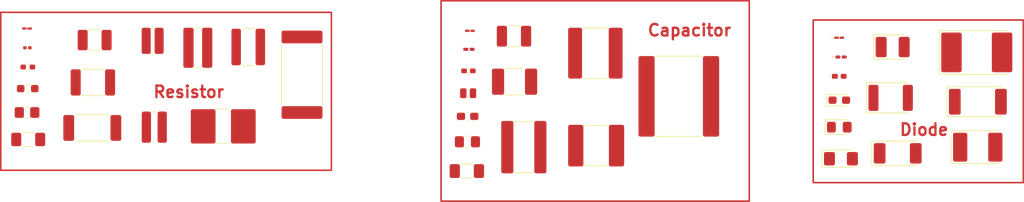
<source format=kicad_pcb>
(kicad_pcb (version 20221018) (generator pcbnew)
  (layers (0 "F.Cu" signal) (31 "B.Cu" signal) (34 "B.Paste" user) (35 "F.Paste" user) (36 "B.SilkS" user "B.Silkscreen") (37 "F.SilkS" user "F.Silkscreen") (38 "B.Mask" user) (39 "F.Mask" user) (44 "Edge.Cuts" user))
  (net 0 "")
  (footprint "Capacitor_SMD:C_0504_1310Metric_Pad0.83x1.28mm_HandSolder" (layer "F.Cu") (at 154.3025 84.7)
    (fp_text reference "C3" hide)
    (fp_text value "0504")
    (fp_line (start -0.101969 -0.62) (end 0.101969 -0.62) (stroke (width 0.12)) (layer "F.SilkS"))
    (fp_line (start -0.101969 0.62) (end 0.101969 0.62) (stroke (width 0.12)) (layer "F.SilkS"))
    (pad "1" smd roundrect (at -0.6275 0) (size 0.835 1.28) (layers "F.Cu" "F.Paste" "F.Mask"))
    (pad "2" smd roundrect (at 0.6275 0) (size 0.835 1.28) (layers "F.Cu" "F.Paste" "F.Mask"))
  )
  (footprint "Diode_SMD:D_2010_5025Metric_Pad1.52x2.65mm_HandSolder" (layer "F.Cu") (at 209.9125 92.5)
    (fp_text reference "D9" hide)
    (fp_text value "2010")
    (fp_line (start -3.36 -1.585) (end -3.36 1.585) (stroke (width 0.12)) (layer "F.SilkS"))
    (fp_line (start -3.36 1.585) (end 2.5 1.585) (stroke (width 0.12)) (layer "F.SilkS"))
    (fp_line (start 2.5 -1.585) (end -3.36 -1.585) (stroke (width 0.12)) (layer "F.SilkS"))
    (pad "1" smd roundrect (at -2.3375 0) (size 1.525 2.65) (layers "F.Cu" "F.Paste" "F.Mask") (roundrect_rratio 0.163934))
    (pad "2" smd roundrect (at 2.3375 0) (size 1.525 2.65) (layers "F.Cu" "F.Paste" "F.Mask") (roundrect_rratio 0.163934))
  )
  (footprint "Resistor_SMD:R_0201_0603Metric" (layer "F.Cu") (at 97.245 78.8)
    (fp_text reference "R1" hide)
    (fp_text value "0201")
    (pad "1" smd roundrect (at -0.32 0) (size 0.46 0.4) (layers "F.Cu" "F.Mask"))
    (pad "2" smd roundrect (at 0.32 0) (size 0.46 0.4) (layers "F.Cu" "F.Mask"))
  )
  (footprint "Resistor_SMD:R_0815_2038Metric_Pad1.20x4.05mm_HandSolder" (layer "F.Cu") (at 113.675 89.1)
    (fp_text reference "R6" hide)
    (fp_text value "0815")
    (fp_line (start -0.210242 -1.985) (end 0.210242 -1.985) (stroke (width 0.12)) (layer "F.SilkS"))
    (fp_line (start -0.210242 1.985) (end 0.210242 1.985) (stroke (width 0.12)) (layer "F.SilkS"))
    (pad "1" smd roundrect (at -1.025 0) (size 1.2 4.05) (layers "F.Cu" "F.Paste" "F.Mask") (roundrect_rratio 0.208333))
    (pad "2" smd roundrect (at 1.025 0) (size 1.2 4.05) (layers "F.Cu" "F.Paste" "F.Mask") (roundrect_rratio 0.208333))
  )
  (footprint "Resistor_SMD:R_4020_10251Metric_Pad1.65x5.30mm_HandSolder" (layer "F.Cu") (at 132.8 82.3 90)
    (fp_text reference "R15" hide)
    (fp_text value "4020")
    (fp_line (start -3.886252 -2.66) (end 3.886252 -2.66) (stroke (width 0.12)) (layer "F.SilkS"))
    (fp_line (start -3.886252 2.66) (end 3.886252 2.66) (stroke (width 0.12)) (layer "F.SilkS"))
    (pad "1" smd roundrect (at -4.9 0 90) (size 1.65 5.3) (layers "F.Cu" "F.Paste" "F.Mask") (roundrect_rratio 0.151515))
    (pad "2" smd roundrect (at 4.9 0 90) (size 1.65 5.3) (layers "F.Cu" "F.Paste" "F.Mask") (roundrect_rratio 0.151515))
  )
  (footprint "Diode_SMD:D_3220_8050Metric_Pad2.65x5.15mm_HandSolder" (layer "F.Cu") (at 220.15 79.4)
    (fp_text reference "D12" hide)
    (fp_text value "3220")
    (fp_line (start -4.86 -2.835) (end -4.86 2.835) (stroke (width 0.12)) (layer "F.SilkS"))
    (fp_line (start -4.86 2.835) (end 4 2.835) (stroke (width 0.12)) (layer "F.SilkS"))
    (fp_line (start 4 -2.835) (end -4.86 -2.835) (stroke (width 0.12)) (layer "F.SilkS"))
    (pad "1" smd roundrect (at -3.275 0) (size 2.65 5.15) (layers "F.Cu" "F.Paste" "F.Mask") (roundrect_rratio 0.09434))
    (pad "2" smd roundrect (at 3.275 0) (size 2.65 5.15) (layers "F.Cu" "F.Paste" "F.Mask") (roundrect_rratio 0.09434))
  )
  (footprint "Resistor_SMD:R_1020_2550Metric_Pad1.33x5.20mm_HandSolder" (layer "F.Cu") (at 119.3125 78.8)
    (fp_text reference "R8" hide)
    (fp_text value "1020")
    (fp_line (start -0.361252 -2.61) (end 0.361252 -2.61) (stroke (width 0.12)) (layer "F.SilkS"))
    (fp_line (start -0.361252 2.61) (end 0.361252 2.61) (stroke (width 0.12)) (layer "F.SilkS"))
    (pad "1" smd roundrect (at -1.2125 0) (size 1.325 5.2) (layers "F.Cu" "F.Paste" "F.Mask") (roundrect_rratio 0.188679))
    (pad "2" smd roundrect (at 1.2125 0) (size 1.325 5.2) (layers "F.Cu" "F.Paste" "F.Mask") (roundrect_rratio 0.188679))
  )
  (footprint "Capacitor_SMD:C_1210_3225Metric_Pad1.33x2.70mm_HandSolder" (layer "F.Cu") (at 160.2375 77.3)
    (fp_text reference "C8" hide)
    (fp_text value "1210")
    (fp_line (start -0.711252 -1.36) (end 0.711252 -1.36) (stroke (width 0.12)) (layer "F.SilkS"))
    (fp_line (start -0.711252 1.36) (end 0.711252 1.36) (stroke (width 0.12)) (layer "F.SilkS"))
    (pad "1" smd roundrect (at -1.5625 0) (size 1.325 2.7) (layers "F.Cu" "F.Paste" "F.Mask") (roundrect_rratio 0.188679))
    (pad "2" smd roundrect (at 1.5625 0) (size 1.325 2.7) (layers "F.Cu" "F.Paste" "F.Mask") (roundrect_rratio 0.188679))
  )
  (footprint "Capacitor_SMD:C_0603_1608Metric_Pad1.08x0.95mm_HandSolder" (layer "F.Cu") (at 154.2375 87.7)
    (fp_text reference "C4" hide)
    (fp_text value "0603")
    (fp_line (start -0.146267 -0.51) (end 0.146267 -0.51) (stroke (width 0.12)) (layer "F.SilkS"))
    (fp_line (start -0.146267 0.51) (end 0.146267 0.51) (stroke (width 0.12)) (layer "F.SilkS"))
    (pad "1" smd roundrect (at -0.8625 0) (size 1.075 0.95) (layers "F.Cu" "F.Paste" "F.Mask"))
    (pad "2" smd roundrect (at 0.8625 0) (size 1.075 0.95) (layers "F.Cu" "F.Paste" "F.Mask"))
  )
  (footprint "Capacitor_SMD:C_3640_9110Metric_Pad2.10x10.45mm_HandSolder" (layer "F.Cu") (at 181.575 85.1)
    (fp_text reference "C13" hide)
    (fp_text value "3640")
    (fp_line (start -2.922369 -5.21) (end 2.922369 -5.21) (stroke (width 0.12)) (layer "F.SilkS"))
    (fp_line (start -2.922369 5.21) (end 2.922369 5.21) (stroke (width 0.12)) (layer "F.SilkS"))
    (pad "1" smd roundrect (at -4.175 0) (size 2.1 10.45) (layers "F.Cu" "F.Paste" "F.Mask") (roundrect_rratio 0.119048))
    (pad "2" smd roundrect (at 4.175 0) (size 2.1 10.45) (layers "F.Cu" "F.Paste" "F.Mask") (roundrect_rratio 0.119048))
  )
  (footprint "Resistor_SMD:R_1210_3225Metric_Pad1.30x2.65mm_HandSolder" (layer "F.Cu") (at 105.95 77.8)
    (fp_text reference "R10" hide)
    (fp_text value "1210")
    (fp_line (start -0.723737 -1.355) (end 0.723737 -1.355) (stroke (width 0.12)) (layer "F.SilkS"))
    (fp_line (start -0.723737 1.355) (end 0.723737 1.355) (stroke (width 0.12)) (layer "F.SilkS"))
    (pad "1" smd roundrect (at -1.55 0) (size 1.3 2.65) (layers "F.Cu" "F.Paste" "F.Mask") (roundrect_rratio 0.192308))
    (pad "2" smd roundrect (at 1.55 0) (size 1.3 2.65) (layers "F.Cu" "F.Paste" "F.Mask") (roundrect_rratio 0.192308))
  )
  (footprint "Diode_SMD:D_01005_0402Metric_Pad0.57x0.30mm_HandSolder" (layer "F.Cu") (at 202.3375 77.5)
    (fp_text reference "D5" hide)
    (fp_text value "01005")
    (fp_circle (center -0.935 0) (end -0.885 0) (stroke (width 0.1)) (fill none) (layer "F.SilkS"))
    (pad "1" smd roundrect (at -0.3375 0) (size 0.575 0.3) (layers "F.Cu" "F.Mask"))
    (pad "2" smd roundrect (at 0.3375 0) (size 0.575 0.3) (layers "F.Cu" "F.Mask"))
  )
  (footprint "Resistor_SMD:R_2816_7142Metric_Pad3.20x4.45mm_HandSolder" (layer "F.Cu") (at 122.6 89)
    (fp_text reference "R14" hide)
    (fp_text value "2816")
    (fp_line (start -0.797369 -2.21) (end 0.797369 -2.21) (stroke (width 0.12)) (layer "F.SilkS"))
    (fp_line (start -0.797369 2.21) (end 0.797369 2.21) (stroke (width 0.12)) (layer "F.SilkS"))
    (pad "1" smd roundrect (at -2.6 0) (size 3.2 4.45) (layers "F.Cu" "F.Paste" "F.Mask") (roundrect_rratio 0.078125))
    (pad "2" smd roundrect (at 2.6 0) (size 3.2 4.45) (layers "F.Cu" "F.Paste" "F.Mask") (roundrect_rratio 0.078125))
  )
  (footprint "Diode_SMD:D_1812_4532Metric_Pad1.30x3.40mm_HandSolder" (layer "F.Cu") (at 209 85.3)
    (fp_text reference "D8" hide)
    (fp_text value "1812")
    (fp_line (start -3.135 -1.96) (end -3.135 1.96) (stroke (width 0.12)) (layer "F.SilkS"))
    (fp_line (start -3.135 1.96) (end 2.25 1.96) (stroke (width 0.12)) (layer "F.SilkS"))
    (fp_line (start 2.25 -1.96) (end -3.135 -1.96) (stroke (width 0.12)) (layer "F.SilkS"))
    (pad "1" smd roundrect (at -2.225 0) (size 1.3 3.4) (layers "F.Cu" "F.Paste" "F.Mask") (roundrect_rratio 0.192308))
    (pad "2" smd roundrect (at 2.225 0) (size 1.3 3.4) (layers "F.Cu" "F.Paste" "F.Mask") (roundrect_rratio 0.192308))
  )
  (footprint "Resistor_SMD:R_01005_0402Metric_Pad0.57x0.30mm_HandSolder" (layer "F.Cu") (at 97.2 76.3)
    (fp_text reference "R7" hide)
    (fp_text value "01005")
    (pad "1" smd roundrect (at -0.3375 0) (size 0.575 0.3) (layers "F.Cu" "F.Mask"))
    (pad "2" smd roundrect (at 0.3375 0) (size 0.575 0.3) (layers "F.Cu" "F.Mask"))
  )
  (footprint "Capacitor_SMD:C_01005_0402Metric_Pad0.57x0.30mm_HandSolder" (layer "F.Cu") (at 154.5375 76.6)
    (fp_text reference "C6" hide)
    (fp_text value "01005")
    (pad "1" smd roundrect (at -0.3375 0) (size 0.575 0.3) (layers "F.Cu" "F.Mask"))
    (pad "2" smd roundrect (at 0.3375 0) (size 0.575 0.3) (layers "F.Cu" "F.Mask"))
  )
  (footprint "Resistor_SMD:R_0612_1632Metric_Pad1.18x3.40mm_HandSolder" (layer "F.Cu") (at 113.4625 77.9)
    (fp_text reference "R4" hide)
    (fp_text value "0612")
    (fp_line (start -0.182983 -1.71) (end 0.182983 -1.71) (stroke (width 0.12)) (layer "F.SilkS"))
    (fp_line (start -0.182983 1.71) (end 0.182983 1.71) (stroke (width 0.12)) (layer "F.SilkS"))
    (pad "1" smd roundrect (at -0.8375 0) (size 1.175 3.4) (layers "F.Cu" "F.Paste" "F.Mask") (roundrect_rratio 0.212766))
    (pad "2" smd roundrect (at 0.8375 0) (size 1.175 3.4) (layers "F.Cu" "F.Paste" "F.Mask") (roundrect_rratio 0.212766))
  )
  (footprint "Capacitor_SMD:C_0402_1005Metric_Pad0.74x0.62mm_HandSolder" (layer "F.Cu") (at 154.3425 81.8)
    (fp_text reference "C2" hide)
    (fp_text value "0402")
    (fp_line (start -0.115835 -0.36) (end 0.115835 -0.36) (stroke (width 0.12)) (layer "F.SilkS"))
    (fp_line (start -0.115835 0.36) (end 0.115835 0.36) (stroke (width 0.12)) (layer "F.SilkS"))
    (pad "1" smd roundrect (at -0.5675 0) (size 0.735 0.62) (layers "F.Cu" "F.Paste" "F.Mask"))
    (pad "2" smd roundrect (at 0.5675 0) (size 0.735 0.62) (layers "F.Cu" "F.Paste" "F.Mask"))
  )
  (footprint "Diode_SMD:D_0603_1608Metric_Pad1.05x0.95mm_HandSolder" (layer "F.Cu") (at 202.35 85.6)
    (fp_text reference "D3" hide)
    (fp_text value "0603")
    (fp_line (start -1.66 -0.735) (end -1.66 0.735) (stroke (width 0.12)) (layer "F.SilkS"))
    (fp_line (start -1.66 0.735) (end 0.8 0.735) (stroke (width 0.12)) (layer "F.SilkS"))
    (fp_line (start 0.8 -0.735) (end -1.66 -0.735) (stroke (width 0.12)) (layer "F.SilkS"))
    (pad "1" smd roundrect (at -0.875 0) (size 1.05 0.95) (layers "F.Cu" "F.Paste" "F.Mask"))
    (pad "2" smd roundrect (at 0.875 0) (size 1.05 0.95) (layers "F.Cu" "F.Paste" "F.Mask"))
  )
  (footprint "Resistor_SMD:R_1206_3216Metric_Pad1.30x1.75mm_HandSolder" (layer "F.Cu") (at 97.35 90.7)
    (fp_text reference "R9" hide)
    (fp_text value "1206")
    (fp_line (start -0.727064 -0.91) (end 0.727064 -0.91) (stroke (width 0.12)) (layer "F.SilkS"))
    (fp_line (start -0.727064 0.91) (end 0.727064 0.91) (stroke (width 0.12)) (layer "F.SilkS"))
    (pad "1" smd roundrect (at -1.55 0) (size 1.3 1.75) (layers "F.Cu" "F.Paste" "F.Mask") (roundrect_rratio 0.192308))
    (pad "2" smd roundrect (at 1.55 0) (size 1.3 1.75) (layers "F.Cu" "F.Paste" "F.Mask") (roundrect_rratio 0.192308))
  )
  (footprint "Diode_SMD:D_2114_3652Metric_Pad1.85x3.75mm_HandSolder" (layer "F.Cu") (at 220.275 91.7)
    (fp_text reference "D10" hide)
    (fp_text value "2114")
    (fp_line (start -3.46 -2.135) (end -3.46 2.135) (stroke (width 0.12)) (layer "F.SilkS"))
    (fp_line (start -3.46 2.135) (end 2.6 2.135) (stroke (width 0.12)) (layer "F.SilkS"))
    (fp_line (start 2.6 -2.135) (end -3.46 -2.135) (stroke (width 0.12)) (layer "F.SilkS"))
    (pad "1" smd roundrect (at -2.275 0) (size 1.85 3.75) (layers "F.Cu" "F.Paste" "F.Mask") (roundrect_rratio 0.135135))
    (pad "2" smd roundrect (at 2.275 0) (size 1.85 3.75) (layers "F.Cu" "F.Paste" "F.Mask") (roundrect_rratio 0.135135))
  )
  (footprint "Resistor_SMD:R_1812_4532Metric_Pad1.30x3.40mm_HandSolder" (layer "F.Cu") (at 105.725 83.3)
    (fp_text reference "R12" hide)
    (fp_text value "1812")
    (fp_line (start -1.386252 -1.71) (end 1.386252 -1.71) (stroke (width 0.12)) (layer "F.SilkS"))
    (fp_line (start -1.386252 1.71) (end 1.386252 1.71) (stroke (width 0.12)) (layer "F.SilkS"))
    (pad "1" smd roundrect (at -2.225 0) (size 1.3 3.4) (layers "F.Cu" "F.Paste" "F.Mask") (roundrect_rratio 0.192308))
    (pad "2" smd roundrect (at 2.225 0) (size 1.3 3.4) (layers "F.Cu" "F.Paste" "F.Mask") (roundrect_rratio 0.192308))
  )
  (footprint "Diode_SMD:D_1210_3225Metric_Pad1.42x2.65mm_HandSolder" (layer "F.Cu") (at 209.2625 78.7)
    (fp_text reference "D7" hide)
    (fp_text value "1210")
    (fp_line (start -2.46 -1.585) (end -2.46 1.585) (stroke (width 0.12)) (layer "F.SilkS"))
    (fp_line (start -2.46 1.585) (end 1.6 1.585) (stroke (width 0.12)) (layer "F.SilkS"))
    (fp_line (start 1.6 -1.585) (end -2.46 -1.585) (stroke (width 0.12)) (layer "F.SilkS"))
    (pad "1" smd roundrect (at -1.4875 0) (size 1.425 2.65) (layers "F.Cu" "F.Paste" "F.Mask") (roundrect_rratio 0.175439))
    (pad "2" smd roundrect (at 1.4875 0) (size 1.425 2.65) (layers "F.Cu" "F.Paste" "F.Mask") (roundrect_rratio 0.175439))
  )
  (footprint "Diode_SMD:D_1206_3216Metric_Pad1.42x1.75mm_HandSolder" (layer "F.Cu") (at 202.5625 93.2)
    (fp_text reference "D6" hide)
    (fp_text value "1206")
    (fp_line (start -2.46 -1.135) (end -2.46 1.135) (stroke (width 0.12)) (layer "F.SilkS"))
    (fp_line (start -2.46 1.135) (end 1.6 1.135) (stroke (width 0.12)) (layer "F.SilkS"))
    (fp_line (start 1.6 -1.135) (end -2.46 -1.135) (stroke (width 0.12)) (layer "F.SilkS"))
    (pad "1" smd roundrect (at -1.4875 0) (size 1.425 1.75) (layers "F.Cu" "F.Paste" "F.Mask") (roundrect_rratio 0.175439))
    (pad "2" smd roundrect (at 1.4875 0) (size 1.425 1.75) (layers "F.Cu" "F.Paste" "F.Mask") (roundrect_rratio 0.175439))
  )
  (footprint "Diode_SMD:D_0201_0603Metric_Pad0.64x0.40mm_HandSolder" (layer "F.Cu") (at 202.5825 80)
    (fp_text reference "D1" hide)
    (fp_text value "0201")
    (fp_circle (center -1.035 0) (end -0.985 0) (stroke (width 0.1)) (fill none) (layer "F.SilkS"))
    (pad "1" smd roundrect (at -0.4075 0) (size 0.635 0.4) (layers "F.Cu" "F.Mask"))
    (pad "2" smd roundrect (at 0.4075 0) (size 0.635 0.4) (layers "F.Cu" "F.Mask"))
  )
  (footprint "Capacitor_SMD:C_2225_5664Metric_Pad1.80x6.60mm_HandSolder" (layer "F.Cu") (at 170.775 79.5)
    (fp_text reference "C12" hide)
    (fp_text value "2225")
    (fp_line (start -1.522369 -3.285) (end 1.522369 -3.285) (stroke (width 0.12)) (layer "F.SilkS"))
    (fp_line (start -1.522369 3.285) (end 1.522369 3.285) (stroke (width 0.12)) (layer "F.SilkS"))
    (pad "1" smd roundrect (at -2.625 0) (size 1.8 6.6) (layers "F.Cu" "F.Paste" "F.Mask") (roundrect_rratio 0.138889))
    (pad "2" smd roundrect (at 2.625 0) (size 1.8 6.6) (layers "F.Cu" "F.Paste" "F.Mask") (roundrect_rratio 0.138889))
  )
  (footprint "Capacitor_SMD:C_2220_5750Metric_Pad1.97x5.40mm_HandSolder" (layer "F.Cu") (at 170.875 91.5)
    (fp_text reference "C11" hide)
    (fp_text value "2220")
    (fp_line (start -1.415748 -2.61) (end 1.415748 -2.61) (stroke (width 0.12)) (layer "F.SilkS"))
    (fp_line (start -1.415748 2.61) (end 1.415748 2.61) (stroke (width 0.12)) (layer "F.SilkS"))
    (pad "1" smd roundrect (at -2.6375 0) (size 1.975 5.4) (layers "F.Cu" "F.Paste" "F.Mask") (roundrect_rratio 0.126582))
    (pad "2" smd roundrect (at 2.6375 0) (size 1.975 5.4) (layers "F.Cu" "F.Paste" "F.Mask") (roundrect_rratio 0.126582))
  )
  (footprint "Capacitor_SMD:C_0805_2012Metric_Pad1.18x1.45mm_HandSolder" (layer "F.Cu") (at 154.2125 91)
    (fp_text reference "C5" hide)
    (fp_text value "0805")
    (fp_line (start -0.261252 -0.735) (end 0.261252 -0.735) (stroke (width 0.12)) (layer "F.SilkS"))
    (fp_line (start -0.261252 0.735) (end 0.261252 0.735) (stroke (width 0.12)) (layer "F.SilkS"))
    (pad "1" smd roundrect (at -1.0375 0) (size 1.175 1.45) (layers "F.Cu" "F.Paste" "F.Mask") (roundrect_rratio 0.212766))
    (pad "2" smd roundrect (at 1.0375 0) (size 1.175 1.45) (layers "F.Cu" "F.Paste" "F.Mask") (roundrect_rratio 0.212766))
  )
  (footprint "Resistor_SMD:R_0402_1005Metric_Pad0.72x0.64mm_HandSolder" (layer "F.Cu") (at 97.2975 81.3)
    (fp_text reference "R2" hide)
    (fp_text value "0402")
    (fp_line (start -0.167621 -0.38) (end 0.167621 -0.38) (stroke (width 0.12)) (layer "F.SilkS"))
    (fp_line (start -0.167621 0.38) (end 0.167621 0.38) (stroke (width 0.12)) (layer "F.SilkS"))
    (pad "1" smd roundrect (at -0.5975 0) (size 0.715 0.64) (layers "F.Cu" "F.Paste" "F.Mask"))
    (pad "2" smd roundrect (at 0.5975 0) (size 0.715 0.64) (layers "F.Cu" "F.Paste" "F.Mask"))
  )
  (footprint "Diode_SMD:D_0805_2012Metric_Pad1.15x1.40mm_HandSolder" (layer "F.Cu") (at 202.35 89.1)
    (fp_text reference "D4" hide)
    (fp_text value "0805")
    (fp_line (start -1.86 -0.96) (end -1.86 0.96) (stroke (width 0.12)) (layer "F.SilkS"))
    (fp_line (start -1.86 0.96) (end 1 0.96) (stroke (width 0.12)) (layer "F.SilkS"))
    (fp_line (start 1 -0.96) (end -1.86 -0.96) (stroke (width 0.12)) (layer "F.SilkS"))
    (pad "1" smd roundrect (at -1.025 0) (size 1.15 1.4) (layers "F.Cu" "F.Paste" "F.Mask") (roundrect_rratio 0.217391))
    (pad "2" smd roundrect (at 1.025 0) (size 1.15 1.4) (layers "F.Cu" "F.Paste" "F.Mask") (roundrect_rratio 0.217391))
  )
  (footprint "Diode_SMD:D_0402_1005Metric_Pad0.77x0.64mm_HandSolder" (layer "F.Cu") (at 202.3475 82.5)
    (fp_text reference "D2" hide)
    (fp_text value "0402")
    (fp_circle (center -1.265 0) (end -1.215 0) (stroke (width 0.1)) (fill none) (layer "F.SilkS"))
    (pad "1" smd roundrect (at -0.5725 0) (size 0.765 0.64) (layers "F.Cu" "F.Paste" "F.Mask"))
    (pad "2" smd roundrect (at 0.5725 0) (size 0.765 0.64) (layers "F.Cu" "F.Paste" "F.Mask"))
  )
  (footprint "Resistor_SMD:R_1218_3246Metric_Pad1.22x4.75mm_HandSolder" (layer "F.Cu") (at 125.8375 78.7)
    (fp_text reference "R11" hide)
    (fp_text value "1218")
    (fp_line (start -0.777064 -2.41) (end 0.777064 -2.41) (stroke (width 0.12)) (layer "F.SilkS"))
    (fp_line (start -0.777064 2.41) (end 0.777064 2.41) (stroke (width 0.12)) (layer "F.SilkS"))
    (pad "1" smd roundrect (at -1.5625 0) (size 1.225 4.75) (layers "F.Cu" "F.Paste" "F.Mask") (roundrect_rratio 0.204082))
    (pad "2" smd roundrect (at 1.5625 0) (size 1.225 4.75) (layers "F.Cu" "F.Paste" "F.Mask") (roundrect_rratio 0.204082))
  )
  (footprint "Resistor_SMD:R_0805_2012Metric_Pad1.20x1.40mm_HandSolder" (layer "F.Cu") (at 97.2 87.2)
    (fp_text reference "R5" hide)
    (fp_text value "0805")
    (fp_line (start -0.227064 -0.735) (end 0.227064 -0.735) (stroke (width 0.12)) (layer "F.SilkS"))
    (fp_line (start -0.227064 0.735) (end 0.227064 0.735) (stroke (width 0.12)) (layer "F.SilkS"))
    (pad "1" smd roundrect (at -1 0) (size 1.2 1.4) (layers "F.Cu" "F.Paste" "F.Mask") (roundrect_rratio 0.208333))
    (pad "2" smd roundrect (at 1 0) (size 1.2 1.4) (layers "F.Cu" "F.Paste" "F.Mask") (roundrect_rratio 0.208333))
  )
  (footprint "Resistor_SMD:R_0603_1608Metric_Pad0.98x0.95mm_HandSolder" (layer "F.Cu") (at 97.2875 84.1)
    (fp_text reference "R3" hide)
    (fp_text value "0603")
    (fp_line (start -0.254724 -0.5225) (end 0.254724 -0.5225) (stroke (width 0.12)) (layer "F.SilkS"))
    (fp_line (start -0.254724 0.5225) (end 0.254724 0.5225) (stroke (width 0.12)) (layer "F.SilkS"))
    (pad "1" smd roundrect (at -0.9125 0) (size 0.975 0.95) (layers "F.Cu" "F.Paste" "F.Mask"))
    (pad "2" smd roundrect (at 0.9125 0) (size 0.975 0.95) (layers "F.Cu" "F.Paste" "F.Mask"))
  )
  (footprint "Diode_SMD:D_2512_6332Metric_Pad1.52x3.35mm_HandSolder" (layer "F.Cu") (at 220.2875 85.8)
    (fp_text reference "D11" hide)
    (fp_text value "2512")
    (fp_line (start -4.01 -1.935) (end -4.01 1.935) (stroke (width 0.12)) (layer "F.SilkS"))
    (fp_line (start -4.01 1.935) (end 3.15 1.935) (stroke (width 0.12)) (layer "F.SilkS"))
    (fp_line (start 3.15 -1.935) (end -4.01 -1.935) (stroke (width 0.12)) (layer "F.SilkS"))
    (pad "1" smd roundrect (at -2.9875 0) (size 1.525 3.35) (layers "F.Cu" "F.Paste" "F.Mask") (roundrect_rratio 0.163934))
    (pad "2" smd roundrect (at 2.9875 0) (size 1.525 3.35) (layers "F.Cu" "F.Paste" "F.Mask") (roundrect_rratio 0.163934))
  )
  (footprint "Resistor_SMD:R_2512_6332Metric_Pad1.40x3.35mm_HandSolder" (layer "F.Cu") (at 105.65 89.2)
    (fp_text reference "R13" hide)
    (fp_text value "2512")
    (fp_line (start -2.177064 -1.71) (end 2.177064 -1.71) (stroke (width 0.12)) (layer "F.SilkS"))
    (fp_line (start -2.177064 1.71) (end 2.177064 1.71) (stroke (width 0.12)) (layer "F.SilkS"))
    (pad "1" smd roundrect (at -3.05 0) (size 1.4 3.35) (layers "F.Cu" "F.Paste" "F.Mask") (roundrect_rratio 0.178571))
    (pad "2" smd roundrect (at 3.05 0) (size 1.4 3.35) (layers "F.Cu" "F.Paste" "F.Mask") (roundrect_rratio 0.178571))
  )
  (footprint "Capacitor_SMD:C_1812_4532Metric_Pad1.57x3.40mm_HandSolder" (layer "F.Cu") (at 160.3125 83.2)
    (fp_text reference "C9" hide)
    (fp_text value "1812")
    (fp_line (start -1.161252 -1.71) (end 1.161252 -1.71) (stroke (width 0.12)) (layer "F.SilkS"))
    (fp_line (start -1.161252 1.71) (end 1.161252 1.71) (stroke (width 0.12)) (layer "F.SilkS"))
    (pad "1" smd roundrect (at -2.1375 0) (size 1.575 3.4) (layers "F.Cu" "F.Paste" "F.Mask") (roundrect_rratio 0.15873))
    (pad "2" smd roundrect (at 2.1375 0) (size 1.575 3.4) (layers "F.Cu" "F.Paste" "F.Mask") (roundrect_rratio 0.15873))
  )
  (footprint "Capacitor_SMD:C_0201_0603Metric_Pad0.64x0.40mm_HandSolder" (layer "F.Cu") (at 154.4075 79)
    (fp_text reference "C1" hide)
    (fp_text value "0201")
    (pad "1" smd roundrect (at -0.4075 0) (size 0.635 0.4) (layers "F.Cu" "F.Mask"))
    (pad "2" smd roundrect (at 0.4075 0) (size 0.635 0.4) (layers "F.Cu" "F.Mask"))
  )
  (footprint "Capacitor_SMD:C_1206_3216Metric_Pad1.33x1.80mm_HandSolder" (layer "F.Cu") (at 154.1375 94.8)
    (fp_text reference "C7" hide)
    (fp_text value "1206")
    (fp_line (start -0.711252 -0.91) (end 0.711252 -0.91) (stroke (width 0.12)) (layer "F.SilkS"))
    (fp_line (start -0.711252 0.91) (end 0.711252 0.91) (stroke (width 0.12)) (layer "F.SilkS"))
    (pad "1" smd roundrect (at -1.5625 0) (size 1.325 1.8) (layers "F.Cu" "F.Paste" "F.Mask") (roundrect_rratio 0.188679))
    (pad "2" smd roundrect (at 1.5625 0) (size 1.325 1.8) (layers "F.Cu" "F.Paste" "F.Mask") (roundrect_rratio 0.188679))
  )
  (footprint "Capacitor_SMD:C_1825_4564Metric_Pad1.57x6.80mm_HandSolder" (layer "F.Cu") (at 161.5125 91.7)
    (fp_text reference "C10" hide)
    (fp_text value "1825")
    (fp_line (start -1.115748 -3.31) (end 1.115748 -3.31) (stroke (width 0.12)) (layer "F.SilkS"))
    (fp_line (start -1.115748 3.31) (end 1.115748 3.31) (stroke (width 0.12)) (layer "F.SilkS"))
    (pad "1" smd roundrect (at -2.1375 0) (size 1.575 6.8) (layers "F.Cu" "F.Paste" "F.Mask") (roundrect_rratio 0.15873))
    (pad "2" smd roundrect (at 2.1375 0) (size 1.575 6.8) (layers "F.Cu" "F.Paste" "F.Mask") (roundrect_rratio 0.15873))
  )
  (gr_rect (start 150.8 72.7) (end 190.7 98.7) (stroke (width 0.2)) (fill none) (layer "F.Cu"))
  (gr_rect (start 198.975 75.2) (end 226.175 96.3) (stroke (width 0.2)) (fill none) (layer "F.Cu"))
  (gr_rect (start 93.8 74.2) (end 136.6 94.7) (stroke (width 0.2)) (fill none) (layer "F.Cu"))
  (gr_text "Resistor\n" (at 113.4 85.4) (layer "F.Cu") (effects (font (size 1.5 1.5) (thickness 0.3) bold) (justify left bottom)))
  (gr_text "Capacitor\n" (at 177.4 77.4) (layer "F.Cu") (effects (font (size 1.5 1.5) (thickness 0.3) bold) (justify left bottom)))
  (gr_text "Diode\n" (at 210.025 90.3) (layer "F.Cu") (effects (font (size 1.5 1.5) (thickness 0.3) bold) (justify left bottom)))
)
</source>
